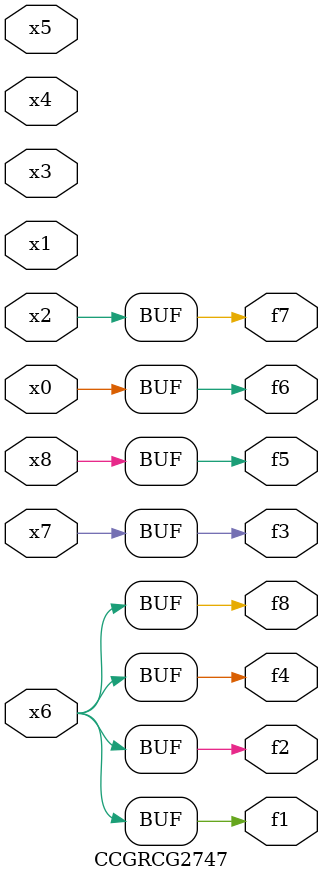
<source format=v>
module CCGRCG2747(
	input x0, x1, x2, x3, x4, x5, x6, x7, x8,
	output f1, f2, f3, f4, f5, f6, f7, f8
);
	assign f1 = x6;
	assign f2 = x6;
	assign f3 = x7;
	assign f4 = x6;
	assign f5 = x8;
	assign f6 = x0;
	assign f7 = x2;
	assign f8 = x6;
endmodule

</source>
